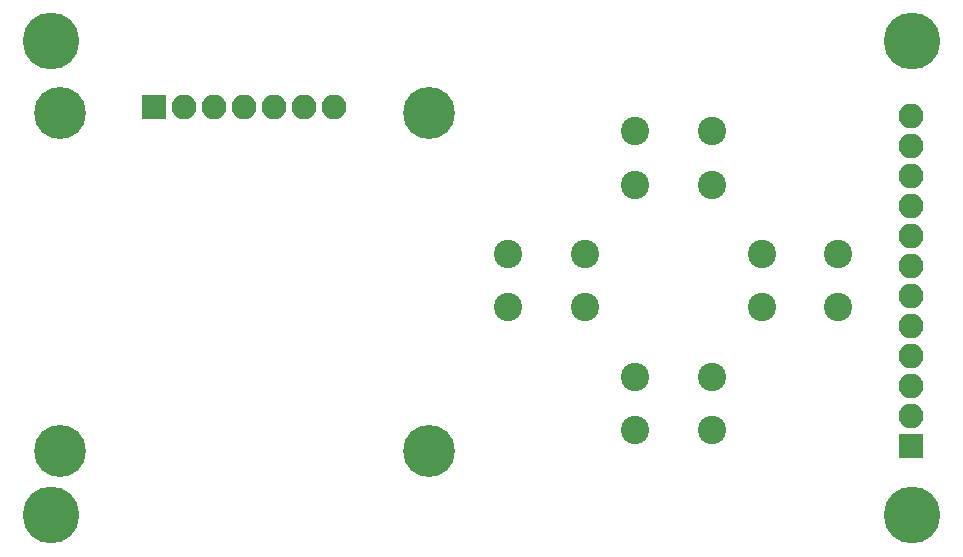
<source format=gbs>
G04 #@! TF.GenerationSoftware,KiCad,Pcbnew,(5.0.0)*
G04 #@! TF.CreationDate,2019-01-21T00:51:31-08:00*
G04 #@! TF.ProjectId,Display,446973706C61792E6B696361645F7063,rev?*
G04 #@! TF.SameCoordinates,Original*
G04 #@! TF.FileFunction,Soldermask,Bot*
G04 #@! TF.FilePolarity,Negative*
%FSLAX46Y46*%
G04 Gerber Fmt 4.6, Leading zero omitted, Abs format (unit mm)*
G04 Created by KiCad (PCBNEW (5.0.0)) date 01/21/19 00:51:31*
%MOMM*%
%LPD*%
G01*
G04 APERTURE LIST*
%ADD10C,4.800000*%
%ADD11R,2.100000X2.100000*%
%ADD12O,2.100000X2.100000*%
%ADD13C,2.400000*%
%ADD14C,4.400000*%
G04 APERTURE END LIST*
D10*
G04 #@! TO.C,REF\002A\002A*
X191516000Y-86614000D03*
G04 #@! TD*
G04 #@! TO.C,REF\002A\002A*
X191516000Y-126746000D03*
G04 #@! TD*
G04 #@! TO.C,REF\002A\002A*
X118681500Y-126746000D03*
G04 #@! TD*
D11*
G04 #@! TO.C,J1*
X191452500Y-120844500D03*
D12*
X191452500Y-118304500D03*
X191452500Y-115764500D03*
X191452500Y-113224500D03*
X191452500Y-110684500D03*
X191452500Y-108144500D03*
X191452500Y-105604500D03*
X191452500Y-103064500D03*
X191452500Y-100524500D03*
X191452500Y-97984500D03*
X191452500Y-95444500D03*
X191452500Y-92904500D03*
G04 #@! TD*
D13*
G04 #@! TO.C,Up*
X168084500Y-98734000D03*
X168084500Y-94234000D03*
X174584500Y-98734000D03*
X174584500Y-94234000D03*
G04 #@! TD*
G04 #@! TO.C,Right*
X178816000Y-109144500D03*
X178816000Y-104644500D03*
X185316000Y-109144500D03*
X185316000Y-104644500D03*
G04 #@! TD*
G04 #@! TO.C,Down*
X174584500Y-114998500D03*
X174584500Y-119498500D03*
X168084500Y-114998500D03*
X168084500Y-119498500D03*
G04 #@! TD*
G04 #@! TO.C,Left*
X163853000Y-104644500D03*
X163853000Y-109144500D03*
X157353000Y-104644500D03*
X157353000Y-109144500D03*
G04 #@! TD*
D11*
G04 #@! TO.C,Display*
X127376874Y-92147000D03*
D12*
X129916874Y-92147000D03*
X132456874Y-92147000D03*
X134996874Y-92147000D03*
X137536874Y-92147000D03*
X140076874Y-92147000D03*
X142616874Y-92147000D03*
D14*
X150622000Y-92710000D03*
X150622000Y-121285000D03*
X119380000Y-92710000D03*
X119380000Y-121285000D03*
G04 #@! TD*
D10*
G04 #@! TO.C,REF\002A\002A*
X118681500Y-86614000D03*
G04 #@! TD*
M02*

</source>
